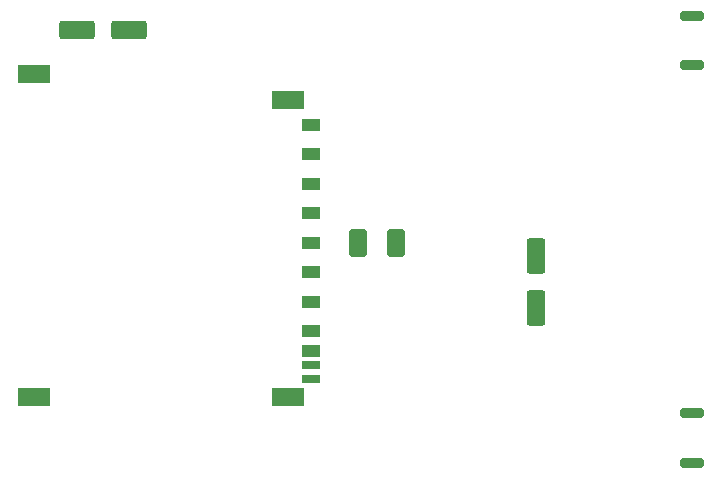
<source format=gbr>
%TF.GenerationSoftware,KiCad,Pcbnew,(6.0.11)*%
%TF.CreationDate,2023-03-14T22:18:48-05:00*%
%TF.ProjectId,rx02-mega2560-pro,72783032-2d6d-4656-9761-323536302d70,rev?*%
%TF.SameCoordinates,Original*%
%TF.FileFunction,Paste,Bot*%
%TF.FilePolarity,Positive*%
%FSLAX46Y46*%
G04 Gerber Fmt 4.6, Leading zero omitted, Abs format (unit mm)*
G04 Created by KiCad (PCBNEW (6.0.11)) date 2023-03-14 22:18:48*
%MOMM*%
%LPD*%
G01*
G04 APERTURE LIST*
G04 Aperture macros list*
%AMRoundRect*
0 Rectangle with rounded corners*
0 $1 Rounding radius*
0 $2 $3 $4 $5 $6 $7 $8 $9 X,Y pos of 4 corners*
0 Add a 4 corners polygon primitive as box body*
4,1,4,$2,$3,$4,$5,$6,$7,$8,$9,$2,$3,0*
0 Add four circle primitives for the rounded corners*
1,1,$1+$1,$2,$3*
1,1,$1+$1,$4,$5*
1,1,$1+$1,$6,$7*
1,1,$1+$1,$8,$9*
0 Add four rect primitives between the rounded corners*
20,1,$1+$1,$2,$3,$4,$5,0*
20,1,$1+$1,$4,$5,$6,$7,0*
20,1,$1+$1,$6,$7,$8,$9,0*
20,1,$1+$1,$8,$9,$2,$3,0*%
G04 Aperture macros list end*
%ADD10RoundRect,0.250001X-0.499999X-0.924999X0.499999X-0.924999X0.499999X0.924999X-0.499999X0.924999X0*%
%ADD11RoundRect,0.250000X-1.250000X-0.550000X1.250000X-0.550000X1.250000X0.550000X-1.250000X0.550000X0*%
%ADD12R,1.500000X1.000000*%
%ADD13R,1.500000X0.700000*%
%ADD14R,2.800000X1.500000*%
%ADD15RoundRect,0.200000X-0.800000X0.200000X-0.800000X-0.200000X0.800000X-0.200000X0.800000X0.200000X0*%
%ADD16RoundRect,0.250000X-0.550000X1.250000X-0.550000X-1.250000X0.550000X-1.250000X0.550000X1.250000X0*%
G04 APERTURE END LIST*
D10*
%TO.C,C7*%
X141123000Y-91440000D03*
X144373000Y-91440000D03*
%TD*%
D11*
%TO.C,C2*%
X117357800Y-73406000D03*
X121757800Y-73406000D03*
%TD*%
D12*
%TO.C,J2*%
X137191168Y-83930000D03*
X137191168Y-86430000D03*
X137191168Y-88930000D03*
X137191168Y-91430000D03*
X137191168Y-93930000D03*
X137191168Y-96430000D03*
X137191168Y-98860000D03*
X137191168Y-100560000D03*
X137191168Y-81430000D03*
D13*
X137191168Y-101760000D03*
X137191168Y-102960000D03*
D14*
X113691168Y-104455000D03*
X113691168Y-77155000D03*
X135191168Y-104455000D03*
X135191168Y-79355000D03*
%TD*%
D15*
%TO.C,S1*%
X169418000Y-72195000D03*
X169418000Y-76395000D03*
%TD*%
D16*
%TO.C,C1*%
X156260800Y-92516600D03*
X156260800Y-96916600D03*
%TD*%
D15*
%TO.C,S2*%
X169418000Y-105850000D03*
X169418000Y-110050000D03*
%TD*%
M02*

</source>
